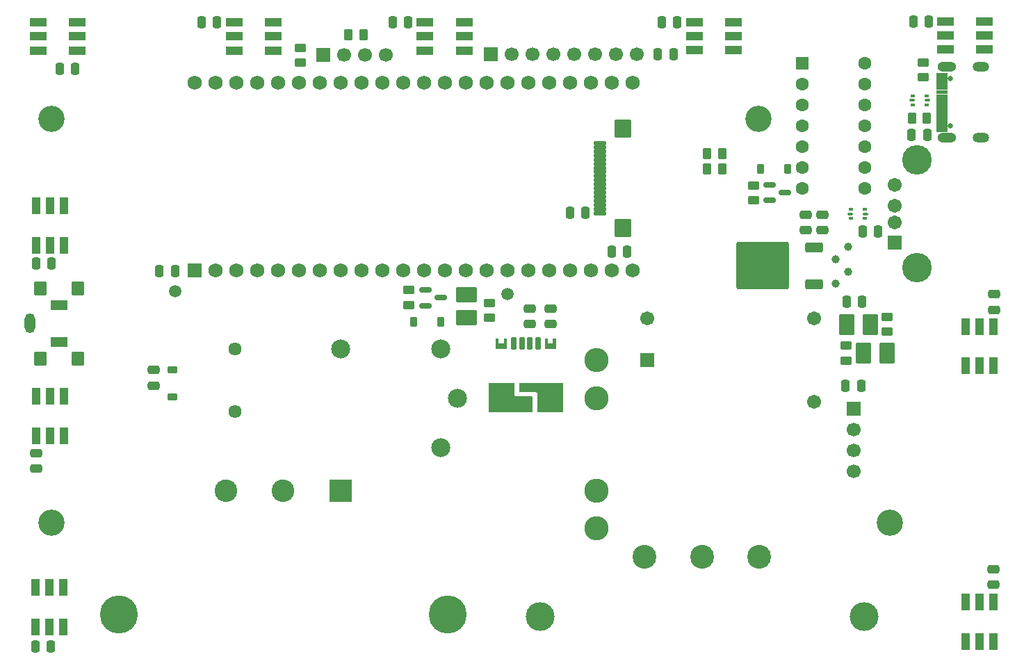
<source format=gbr>
%TF.GenerationSoftware,KiCad,Pcbnew,9.0.1*%
%TF.CreationDate,2025-10-25T18:58:24-04:00*%
%TF.ProjectId,Portal Box 5.1,506f7274-616c-4204-926f-7820352e312e,rev?*%
%TF.SameCoordinates,PX54c81a0PY7eef1e0*%
%TF.FileFunction,Soldermask,Top*%
%TF.FilePolarity,Negative*%
%FSLAX46Y46*%
G04 Gerber Fmt 4.6, Leading zero omitted, Abs format (unit mm)*
G04 Created by KiCad (PCBNEW 9.0.1) date 2025-10-25 18:58:24*
%MOMM*%
%LPD*%
G01*
G04 APERTURE LIST*
G04 Aperture macros list*
%AMRoundRect*
0 Rectangle with rounded corners*
0 $1 Rounding radius*
0 $2 $3 $4 $5 $6 $7 $8 $9 X,Y pos of 4 corners*
0 Add a 4 corners polygon primitive as box body*
4,1,4,$2,$3,$4,$5,$6,$7,$8,$9,$2,$3,0*
0 Add four circle primitives for the rounded corners*
1,1,$1+$1,$2,$3*
1,1,$1+$1,$4,$5*
1,1,$1+$1,$6,$7*
1,1,$1+$1,$8,$9*
0 Add four rect primitives between the rounded corners*
20,1,$1+$1,$2,$3,$4,$5,0*
20,1,$1+$1,$4,$5,$6,$7,0*
20,1,$1+$1,$6,$7,$8,$9,0*
20,1,$1+$1,$8,$9,$2,$3,0*%
G04 Aperture macros list end*
%ADD10C,0.010000*%
%ADD11C,0.000000*%
%ADD12C,0.650000*%
%ADD13O,2.304000X1.204000*%
%ADD14O,2.004000X1.204000*%
%ADD15RoundRect,0.150000X-0.587500X-0.150000X0.587500X-0.150000X0.587500X0.150000X-0.587500X0.150000X0*%
%ADD16RoundRect,0.250000X0.450000X-0.262500X0.450000X0.262500X-0.450000X0.262500X-0.450000X-0.262500X0*%
%ADD17RoundRect,0.102000X1.200000X-0.800000X1.200000X0.800000X-1.200000X0.800000X-1.200000X-0.800000X0*%
%ADD18C,1.500000*%
%ADD19C,2.904000*%
%ADD20C,3.500000*%
%ADD21C,4.620000*%
%ADD22C,2.754000*%
%ADD23RoundRect,0.102000X-1.275000X1.275000X-1.275000X-1.275000X1.275000X-1.275000X1.275000X1.275000X0*%
%ADD24C,3.200000*%
%ADD25RoundRect,0.102000X0.650000X-0.750000X0.650000X0.750000X-0.650000X0.750000X-0.650000X-0.750000X0*%
%ADD26O,1.304000X2.404000*%
%ADD27RoundRect,0.102000X0.950000X-0.500000X0.950000X0.500000X-0.950000X0.500000X-0.950000X-0.500000X0*%
%ADD28RoundRect,0.250000X0.850000X0.350000X-0.850000X0.350000X-0.850000X-0.350000X0.850000X-0.350000X0*%
%ADD29RoundRect,0.249997X2.950003X2.650003X-2.950003X2.650003X-2.950003X-2.650003X2.950003X-2.650003X0*%
%ADD30C,1.734000*%
%ADD31RoundRect,0.102000X0.765000X-0.765000X0.765000X0.765000X-0.765000X0.765000X-0.765000X-0.765000X0*%
%ADD32RoundRect,0.250000X0.475000X-0.250000X0.475000X0.250000X-0.475000X0.250000X-0.475000X-0.250000X0*%
%ADD33C,1.000000*%
%ADD34RoundRect,0.102000X0.800000X1.200000X-0.800000X1.200000X-0.800000X-1.200000X0.800000X-1.200000X0*%
%ADD35C,1.612000*%
%ADD36RoundRect,0.102000X-0.200000X0.650000X-0.200000X-0.650000X0.200000X-0.650000X0.200000X0.650000X0*%
%ADD37R,1.700000X1.700000*%
%ADD38C,1.700000*%
%ADD39RoundRect,0.250000X-0.250000X-0.475000X0.250000X-0.475000X0.250000X0.475000X-0.250000X0.475000X0*%
%ADD40RoundRect,0.250000X0.250000X0.475000X-0.250000X0.475000X-0.250000X-0.475000X0.250000X-0.475000X0*%
%ADD41R,2.000000X1.100000*%
%ADD42RoundRect,0.225000X-0.375000X0.225000X-0.375000X-0.225000X0.375000X-0.225000X0.375000X0.225000X0*%
%ADD43C,2.949000*%
%ADD44RoundRect,0.225000X-0.225000X-0.375000X0.225000X-0.375000X0.225000X0.375000X-0.225000X0.375000X0*%
%ADD45R,1.100000X2.000000*%
%ADD46RoundRect,0.250000X-0.450000X0.262500X-0.450000X-0.262500X0.450000X-0.262500X0.450000X0.262500X0*%
%ADD47RoundRect,0.093750X0.156250X0.093750X-0.156250X0.093750X-0.156250X-0.093750X0.156250X-0.093750X0*%
%ADD48RoundRect,0.075000X0.250000X0.075000X-0.250000X0.075000X-0.250000X-0.075000X0.250000X-0.075000X0*%
%ADD49RoundRect,0.250000X-0.262500X-0.450000X0.262500X-0.450000X0.262500X0.450000X-0.262500X0.450000X0*%
%ADD50RoundRect,0.250000X-0.475000X0.250000X-0.475000X-0.250000X0.475000X-0.250000X0.475000X0.250000X0*%
%ADD51RoundRect,0.250000X0.262500X0.450000X-0.262500X0.450000X-0.262500X-0.450000X0.262500X-0.450000X0*%
%ADD52RoundRect,0.093750X-0.156250X-0.093750X0.156250X-0.093750X0.156250X0.093750X-0.156250X0.093750X0*%
%ADD53RoundRect,0.075000X-0.250000X-0.075000X0.250000X-0.075000X0.250000X0.075000X-0.250000X0.075000X0*%
%ADD54RoundRect,0.102000X-0.800000X-1.200000X0.800000X-1.200000X0.800000X1.200000X-0.800000X1.200000X0*%
%ADD55RoundRect,0.102000X0.754000X-0.754000X0.754000X0.754000X-0.754000X0.754000X-0.754000X-0.754000X0*%
%ADD56C,1.712000*%
%ADD57C,3.600000*%
%ADD58C,2.304000*%
%ADD59RoundRect,0.102000X0.650000X-0.150000X0.650000X0.150000X-0.650000X0.150000X-0.650000X-0.150000X0*%
%ADD60RoundRect,0.102000X0.900000X-1.000000X0.900000X1.000000X-0.900000X1.000000X-0.900000X-1.000000X0*%
%ADD61RoundRect,0.102000X-0.754000X-0.754000X0.754000X-0.754000X0.754000X0.754000X-0.754000X0.754000X0*%
%ADD62RoundRect,0.250000X-0.550000X-0.550000X0.550000X-0.550000X0.550000X0.550000X-0.550000X0.550000X0*%
%ADD63C,1.600000*%
G04 APERTURE END LIST*
D10*
%TO.C,J2*%
X112982500Y71522500D02*
X111732500Y71522500D01*
X111732500Y72222500D01*
X112982500Y72222500D01*
X112982500Y71522500D01*
G36*
X112982500Y71522500D02*
G01*
X111732500Y71522500D01*
X111732500Y72222500D01*
X112982500Y72222500D01*
X112982500Y71522500D01*
G37*
X112982500Y70722500D02*
X111732500Y70722500D01*
X111732500Y71422500D01*
X112982500Y71422500D01*
X112982500Y70722500D01*
G36*
X112982500Y70722500D02*
G01*
X111732500Y70722500D01*
X111732500Y71422500D01*
X112982500Y71422500D01*
X112982500Y70722500D01*
G37*
X112982500Y70222500D02*
X111732500Y70222500D01*
X111732500Y70622500D01*
X112982500Y70622500D01*
X112982500Y70222500D01*
G36*
X112982500Y70222500D02*
G01*
X111732500Y70222500D01*
X111732500Y70622500D01*
X112982500Y70622500D01*
X112982500Y70222500D01*
G37*
X112982500Y69722500D02*
X111732500Y69722500D01*
X111732500Y70122500D01*
X112982500Y70122500D01*
X112982500Y69722500D01*
G36*
X112982500Y69722500D02*
G01*
X111732500Y69722500D01*
X111732500Y70122500D01*
X112982500Y70122500D01*
X112982500Y69722500D01*
G37*
X112982500Y69222500D02*
X111732500Y69222500D01*
X111732500Y69622500D01*
X112982500Y69622500D01*
X112982500Y69222500D01*
G36*
X112982500Y69222500D02*
G01*
X111732500Y69222500D01*
X111732500Y69622500D01*
X112982500Y69622500D01*
X112982500Y69222500D01*
G37*
X112982500Y68722500D02*
X111732500Y68722500D01*
X111732500Y69122500D01*
X112982500Y69122500D01*
X112982500Y68722500D01*
G36*
X112982500Y68722500D02*
G01*
X111732500Y68722500D01*
X111732500Y69122500D01*
X112982500Y69122500D01*
X112982500Y68722500D01*
G37*
X112982500Y68222500D02*
X111732500Y68222500D01*
X111732500Y68622500D01*
X112982500Y68622500D01*
X112982500Y68222500D01*
G36*
X112982500Y68222500D02*
G01*
X111732500Y68222500D01*
X111732500Y68622500D01*
X112982500Y68622500D01*
X112982500Y68222500D01*
G37*
X112982500Y67722500D02*
X111732500Y67722500D01*
X111732500Y68122500D01*
X112982500Y68122500D01*
X112982500Y67722500D01*
G36*
X112982500Y67722500D02*
G01*
X111732500Y67722500D01*
X111732500Y68122500D01*
X112982500Y68122500D01*
X112982500Y67722500D01*
G37*
X112982500Y67222500D02*
X111732500Y67222500D01*
X111732500Y67622500D01*
X112982500Y67622500D01*
X112982500Y67222500D01*
G36*
X112982500Y67222500D02*
G01*
X111732500Y67222500D01*
X111732500Y67622500D01*
X112982500Y67622500D01*
X112982500Y67222500D01*
G37*
X112982500Y66722500D02*
X111732500Y66722500D01*
X111732500Y67122500D01*
X112982500Y67122500D01*
X112982500Y66722500D01*
G36*
X112982500Y66722500D02*
G01*
X111732500Y66722500D01*
X111732500Y67122500D01*
X112982500Y67122500D01*
X112982500Y66722500D01*
G37*
X112982500Y65922500D02*
X111732500Y65922500D01*
X111732500Y66622500D01*
X112982500Y66622500D01*
X112982500Y65922500D01*
G36*
X112982500Y65922500D02*
G01*
X111732500Y65922500D01*
X111732500Y66622500D01*
X112982500Y66622500D01*
X112982500Y65922500D01*
G37*
X112982500Y65122500D02*
X111732500Y65122500D01*
X111732500Y65822500D01*
X112982500Y65822500D01*
X112982500Y65122500D01*
G36*
X112982500Y65122500D02*
G01*
X111732500Y65122500D01*
X111732500Y65822500D01*
X112982500Y65822500D01*
X112982500Y65122500D01*
G37*
D11*
%TO.C,U3*%
G36*
X58400000Y39250750D02*
G01*
X59000000Y39250750D01*
X59000000Y39901750D01*
X59399000Y39901750D01*
X59399000Y38590750D01*
X58001000Y38590750D01*
X58001000Y39901750D01*
X58400000Y39901750D01*
X58400000Y39250750D01*
G37*
G36*
X64400000Y39250750D02*
G01*
X65000000Y39250750D01*
X65000000Y39901750D01*
X65399000Y39901750D01*
X65399000Y38590750D01*
X64001000Y38590750D01*
X64001000Y39901750D01*
X64400000Y39901750D01*
X64400000Y39250750D01*
G37*
G36*
X66250000Y30900750D02*
G01*
X63130000Y30900750D01*
X63130000Y33075750D01*
X63130000Y33088750D01*
X63129000Y33101750D01*
X63127000Y33114750D01*
X63125000Y33127750D01*
X63121000Y33140750D01*
X63118000Y33152750D01*
X63113000Y33165750D01*
X63108000Y33177750D01*
X63103000Y33188750D01*
X63097000Y33200750D01*
X63090000Y33211750D01*
X63082000Y33222750D01*
X63074000Y33232750D01*
X63066000Y33242750D01*
X63057000Y33252750D01*
X63047000Y33261750D01*
X63037000Y33269750D01*
X63027000Y33277750D01*
X63016000Y33285750D01*
X63005000Y33292750D01*
X62993000Y33298750D01*
X62982000Y33303750D01*
X62970000Y33308750D01*
X62957000Y33313750D01*
X62945000Y33316750D01*
X62932000Y33320750D01*
X62919000Y33322750D01*
X62906000Y33324750D01*
X62893000Y33325750D01*
X62880000Y33325750D01*
X61070000Y33325750D01*
X61060000Y33325750D01*
X61049000Y33326750D01*
X61039000Y33327750D01*
X61028000Y33329750D01*
X61018000Y33332750D01*
X61008000Y33335750D01*
X60998000Y33338750D01*
X60989000Y33342750D01*
X60979000Y33347750D01*
X60970000Y33352750D01*
X60961000Y33357750D01*
X60952000Y33363750D01*
X60944000Y33370750D01*
X60936000Y33376750D01*
X60929000Y33384750D01*
X60921000Y33391750D01*
X60915000Y33399750D01*
X60908000Y33407750D01*
X60902000Y33416750D01*
X60897000Y33425750D01*
X60892000Y33434750D01*
X60887000Y33444750D01*
X60883000Y33453750D01*
X60880000Y33463750D01*
X60877000Y33473750D01*
X60874000Y33483750D01*
X60872000Y33494750D01*
X60871000Y33504750D01*
X60870000Y33515750D01*
X60870000Y33525750D01*
X60870000Y34450750D01*
X66250000Y34450750D01*
X66250000Y30900750D01*
G37*
G36*
X60270000Y34450450D02*
G01*
X60270000Y33075750D01*
X60270000Y33062750D01*
X60271000Y33049750D01*
X60273000Y33036750D01*
X60275000Y33023750D01*
X60279000Y33010750D01*
X60282000Y32997750D01*
X60287000Y32985750D01*
X60292000Y32973750D01*
X60297000Y32961750D01*
X60303000Y32950750D01*
X60310000Y32939750D01*
X60318000Y32928750D01*
X60326000Y32917750D01*
X60334000Y32907750D01*
X60343000Y32898750D01*
X60353000Y32889750D01*
X60363000Y32880750D01*
X60373000Y32872750D01*
X60384000Y32865750D01*
X60395000Y32858750D01*
X60407000Y32852750D01*
X60418000Y32846750D01*
X60430000Y32841750D01*
X60443000Y32837750D01*
X60455000Y32833750D01*
X60468000Y32830750D01*
X60481000Y32828750D01*
X60494000Y32826750D01*
X60507000Y32825750D01*
X60520000Y32825750D01*
X62330000Y32825750D01*
X62340000Y32824750D01*
X62351000Y32824750D01*
X62361000Y32822750D01*
X62372000Y32820750D01*
X62382000Y32818750D01*
X62392000Y32815750D01*
X62402000Y32811750D01*
X62411000Y32807750D01*
X62421000Y32803750D01*
X62430000Y32798750D01*
X62439000Y32792750D01*
X62448000Y32787750D01*
X62456000Y32780750D01*
X62464000Y32773750D01*
X62471000Y32766750D01*
X62479000Y32759750D01*
X62485000Y32751750D01*
X62492000Y32742750D01*
X62498000Y32734750D01*
X62503000Y32725750D01*
X62508000Y32715750D01*
X62513000Y32706750D01*
X62517000Y32696750D01*
X62520000Y32687750D01*
X62523000Y32676750D01*
X62526000Y32666750D01*
X62528000Y32656750D01*
X62529000Y32646750D01*
X62530000Y32635750D01*
X62530000Y32625750D01*
X62530000Y30900750D01*
X57150000Y30900750D01*
X57150000Y34450750D01*
X60270000Y34450750D01*
X60270000Y34450450D01*
G37*
%TD*%
D12*
%TO.C,J2*%
X113432500Y65782500D03*
X113432500Y71562500D03*
D13*
X112932500Y64352500D03*
D14*
X117112500Y64352500D03*
D13*
X112932500Y72992500D03*
D14*
X117112500Y72992500D03*
%TD*%
D15*
%TO.C,Q1*%
X51350000Y44825000D03*
X49475000Y43875000D03*
X49475000Y45775000D03*
%TD*%
D16*
%TO.C,R3*%
X47450000Y45762500D03*
X47450000Y43937500D03*
%TD*%
D17*
%TO.C,D14*%
X54475000Y45225000D03*
X54475000Y42375000D03*
%TD*%
D16*
%TO.C,R8*%
X57250000Y44200000D03*
X57250000Y42375000D03*
%TD*%
D18*
%TO.C,TP1*%
X59475000Y45250000D03*
%TD*%
D19*
%TO.C,A1*%
X76150000Y13300000D03*
X83150000Y13300000D03*
X90150000Y13300000D03*
D20*
X63400000Y6000000D03*
X102900000Y6000000D03*
%TD*%
D21*
%TO.C,A2*%
X12150000Y6250000D03*
X52150000Y6250000D03*
D22*
X32150000Y21350000D03*
X25150000Y21350000D03*
D23*
X39150000Y21350000D03*
%TD*%
D24*
%TO.C,H1*%
X105990000Y17460000D03*
%TD*%
%TO.C,H2*%
X3920000Y66610000D03*
%TD*%
%TO.C,H3*%
X90000000Y66610000D03*
%TD*%
%TO.C,H4*%
X3920000Y17460000D03*
%TD*%
D25*
%TO.C,SW1*%
X2575000Y46000000D03*
X7175000Y46000000D03*
X7175000Y37400000D03*
X2575000Y37400000D03*
D26*
X1275000Y41700000D03*
D27*
X4825000Y39450000D03*
X4825000Y43950000D03*
%TD*%
D28*
%TO.C,U4*%
X96800000Y51000000D03*
D29*
X90500000Y48720000D03*
D28*
X96800000Y46440000D03*
%TD*%
D30*
%TO.C,U5*%
X74690000Y71050000D03*
X72150000Y71050000D03*
X69610000Y71050000D03*
X67070000Y71050000D03*
X64530000Y71050000D03*
X61990000Y71050000D03*
X59450000Y71050000D03*
X56910000Y71050000D03*
X54370000Y71050000D03*
X51830000Y71050000D03*
X49290000Y71050000D03*
X46750000Y71050000D03*
X44210000Y71050000D03*
X41670000Y71050000D03*
X39130000Y71050000D03*
X36590000Y71050000D03*
X34050000Y71050000D03*
X31510000Y71050000D03*
X28970000Y71050000D03*
X26430000Y71050000D03*
X23890000Y71050000D03*
X21350000Y71050000D03*
X74690000Y48190000D03*
X72150000Y48190000D03*
X69610000Y48190000D03*
X67070000Y48190000D03*
X64530000Y48190000D03*
X61990000Y48190000D03*
X59450000Y48190000D03*
X56910000Y48190000D03*
X54370000Y48190000D03*
X51830000Y48190000D03*
X49290000Y48190000D03*
X46750000Y48190000D03*
X44210000Y48190000D03*
X41670000Y48190000D03*
X39130000Y48190000D03*
X36590000Y48190000D03*
X34050000Y48190000D03*
X31510000Y48190000D03*
X28970000Y48190000D03*
X26430000Y48190000D03*
X23890000Y48190000D03*
D31*
X21350000Y48190000D03*
%TD*%
D32*
%TO.C,C12*%
X64725000Y43550000D03*
X64725000Y41650000D03*
%TD*%
%TO.C,C13*%
X62200000Y43550000D03*
X62200000Y41650000D03*
%TD*%
D18*
%TO.C,TP2*%
X19000000Y45600000D03*
%TD*%
D33*
%TO.C,TP3*%
X99450000Y46525000D03*
X100950000Y48025000D03*
X99450000Y49525000D03*
X100950000Y51025000D03*
%TD*%
D34*
%TO.C,D13*%
X103625000Y41560000D03*
X100775000Y41560000D03*
%TD*%
D35*
%TO.C,BZ1*%
X26275000Y38600000D03*
X26275000Y31000000D03*
%TD*%
D36*
%TO.C,U3*%
X63200000Y39250000D03*
X62200000Y39250000D03*
X61200000Y39250000D03*
X60200000Y39250000D03*
%TD*%
D37*
%TO.C,J5*%
X57410000Y74475000D03*
D38*
X59950000Y74475000D03*
X62490000Y74475000D03*
X65030000Y74475000D03*
X67570000Y74475000D03*
X70110000Y74475000D03*
X72650000Y74475000D03*
X75190000Y74475000D03*
%TD*%
D39*
%TO.C,C15*%
X1970000Y2400000D03*
X3870000Y2400000D03*
%TD*%
D40*
%TO.C,C19*%
X68950000Y55180000D03*
X67050000Y55180000D03*
%TD*%
D41*
%TO.C,D2*%
X30950000Y74957500D03*
X30950000Y76657500D03*
X30950000Y78357500D03*
X26150000Y78357500D03*
X26150000Y76657500D03*
X26150000Y74957500D03*
%TD*%
D42*
%TO.C,D16*%
X18650000Y36075000D03*
X18650000Y32775000D03*
%TD*%
D43*
%TO.C,F1*%
X70300000Y16725000D03*
X70300000Y21350000D03*
X70300000Y32600000D03*
X70300000Y37225000D03*
%TD*%
D39*
%TO.C,C16*%
X17050000Y48100000D03*
X18950000Y48100000D03*
%TD*%
D44*
%TO.C,D6*%
X90250000Y60550000D03*
X93550000Y60550000D03*
%TD*%
D40*
%TO.C,C3*%
X104625000Y52875000D03*
X102725000Y52875000D03*
%TD*%
D45*
%TO.C,D10*%
X5467500Y32811666D03*
X3767500Y32811666D03*
X2067500Y32811666D03*
X2067500Y28011666D03*
X3767500Y28011666D03*
X5467500Y28011666D03*
%TD*%
D39*
%TO.C,C22*%
X77770000Y74460000D03*
X79670000Y74460000D03*
%TD*%
D46*
%TO.C,R2*%
X110100000Y73512500D03*
X110100000Y71687500D03*
%TD*%
D45*
%TO.C,D1*%
X115250000Y2975000D03*
X116950000Y2975000D03*
X118650000Y2975000D03*
X118650000Y7775000D03*
X116950000Y7775000D03*
X115250000Y7775000D03*
%TD*%
D47*
%TO.C,U2*%
X110500000Y68350000D03*
D48*
X110575000Y68887500D03*
D47*
X110500000Y69425000D03*
X108800000Y69425000D03*
D48*
X108725000Y68887500D03*
D47*
X108800000Y68350000D03*
%TD*%
D15*
%TO.C,Q2*%
X91375000Y58600000D03*
X91375000Y56700000D03*
X93250000Y57650000D03*
%TD*%
D37*
%TO.C,J6*%
X101600000Y31350000D03*
D38*
X101600000Y28810000D03*
X101600000Y26270000D03*
X101600000Y23730000D03*
%TD*%
D39*
%TO.C,C9*%
X100620000Y34150000D03*
X102520000Y34150000D03*
%TD*%
D32*
%TO.C,C1*%
X118675000Y9900000D03*
X118675000Y11800000D03*
%TD*%
D40*
%TO.C,C7*%
X110780000Y78470000D03*
X108880000Y78470000D03*
%TD*%
D49*
%TO.C,R1*%
X108712500Y66675000D03*
X110537500Y66675000D03*
%TD*%
D50*
%TO.C,C23*%
X16325000Y36025000D03*
X16325000Y34125000D03*
%TD*%
D40*
%TO.C,C18*%
X74060000Y50460000D03*
X72160000Y50460000D03*
%TD*%
D32*
%TO.C,C20*%
X95750000Y53050000D03*
X95750000Y54950000D03*
%TD*%
D39*
%TO.C,C8*%
X2050000Y48975000D03*
X3950000Y48975000D03*
%TD*%
D32*
%TO.C,C5*%
X118725000Y43375000D03*
X118725000Y45275000D03*
%TD*%
D41*
%TO.C,D5*%
X7067500Y74957500D03*
X7067500Y76657500D03*
X7067500Y78357500D03*
X2267500Y78357500D03*
X2267500Y76657500D03*
X2267500Y74957500D03*
%TD*%
D51*
%TO.C,R11*%
X85612500Y62400000D03*
X83787500Y62400000D03*
%TD*%
D40*
%TO.C,C10*%
X80125000Y78400000D03*
X78225000Y78400000D03*
%TD*%
D52*
%TO.C,U1*%
X101300000Y55587500D03*
D53*
X101225000Y55050000D03*
D52*
X101300000Y54512500D03*
X103000000Y54512500D03*
D53*
X103075000Y55050000D03*
D52*
X103000000Y55587500D03*
%TD*%
D16*
%TO.C,R4*%
X89400000Y56687500D03*
X89400000Y58512500D03*
%TD*%
%TO.C,R5*%
X34210000Y73457500D03*
X34210000Y75282500D03*
%TD*%
D37*
%TO.C,SW2*%
X36980000Y74450000D03*
D38*
X39520000Y74450000D03*
X42060000Y74450000D03*
X44600000Y74450000D03*
%TD*%
D41*
%TO.C,D7*%
X117580000Y75077500D03*
X117580000Y76777500D03*
X117580000Y78477500D03*
X112780000Y78477500D03*
X112780000Y76777500D03*
X112780000Y75077500D03*
%TD*%
D51*
%TO.C,R10*%
X85612500Y60500000D03*
X83787500Y60500000D03*
%TD*%
D54*
%TO.C,D15*%
X102800000Y38075000D03*
X105650000Y38075000D03*
%TD*%
D45*
%TO.C,D12*%
X5342500Y9573333D03*
X3642500Y9573333D03*
X1942500Y9573333D03*
X1942500Y4773333D03*
X3642500Y4773333D03*
X5342500Y4773333D03*
%TD*%
D39*
%TO.C,C17*%
X100775000Y44375000D03*
X102675000Y44375000D03*
%TD*%
D55*
%TO.C,J1*%
X106640000Y51550000D03*
D56*
X106640000Y54050000D03*
X106640000Y56050000D03*
X106640000Y58550000D03*
D57*
X109350000Y48480000D03*
X109350000Y61620000D03*
%TD*%
D32*
%TO.C,C21*%
X97790000Y53045000D03*
X97790000Y54945000D03*
%TD*%
D41*
%TO.C,D11*%
X54200000Y74957500D03*
X54200000Y76657500D03*
X54200000Y78357500D03*
X49400000Y78357500D03*
X49400000Y76657500D03*
X49400000Y74957500D03*
%TD*%
D58*
%TO.C,K1*%
X51350000Y26600000D03*
X51350000Y38600000D03*
X53350000Y32600000D03*
X39150000Y38600000D03*
%TD*%
D59*
%TO.C,J4*%
X70750000Y55150000D03*
X70750000Y55650000D03*
X70750000Y56150000D03*
X70750000Y56650000D03*
X70750000Y57150000D03*
X70750000Y57650000D03*
X70750000Y58150000D03*
X70750000Y58650000D03*
X70750000Y59150000D03*
X70750000Y59650000D03*
X70750000Y60150000D03*
X70750000Y60650000D03*
X70750000Y61150000D03*
X70750000Y61650000D03*
X70750000Y62150000D03*
X70750000Y62650000D03*
X70750000Y63150000D03*
X70750000Y63650000D03*
D60*
X73500000Y53350000D03*
X73500000Y65450000D03*
%TD*%
D40*
%TO.C,C2*%
X24100000Y78350000D03*
X22200000Y78350000D03*
%TD*%
D61*
%TO.C,PS1*%
X76477500Y37230000D03*
D56*
X76477500Y42310000D03*
X96797500Y32150000D03*
X96797500Y42310000D03*
%TD*%
D40*
%TO.C,C4*%
X110575000Y64675000D03*
X108675000Y64675000D03*
%TD*%
D16*
%TO.C,R7*%
X105675000Y40697500D03*
X105675000Y42522500D03*
%TD*%
%TO.C,R9*%
X100725000Y37187500D03*
X100725000Y39012500D03*
%TD*%
D62*
%TO.C,J3*%
X95350000Y73400000D03*
D63*
X95350000Y70860000D03*
X95350000Y68320000D03*
X95350000Y65780000D03*
X95350000Y63240000D03*
X95350000Y60700000D03*
X95350000Y58160000D03*
X102970000Y58160000D03*
X102970000Y60700000D03*
X102970000Y63240000D03*
X102970000Y65780000D03*
X102970000Y68320000D03*
X102970000Y70860000D03*
X102970000Y73400000D03*
%TD*%
D40*
%TO.C,C14*%
X47350000Y78350000D03*
X45450000Y78350000D03*
%TD*%
D39*
%TO.C,C6*%
X4925000Y72725000D03*
X6825000Y72725000D03*
%TD*%
D45*
%TO.C,D4*%
X115250000Y36525000D03*
X116950000Y36525000D03*
X118650000Y36525000D03*
X118650000Y41325000D03*
X116950000Y41325000D03*
X115250000Y41325000D03*
%TD*%
D50*
%TO.C,C11*%
X2080000Y25910000D03*
X2080000Y24010000D03*
%TD*%
D41*
%TO.C,D9*%
X87000000Y75007500D03*
X87000000Y76707500D03*
X87000000Y78407500D03*
X82200000Y78407500D03*
X82200000Y76707500D03*
X82200000Y75007500D03*
%TD*%
D49*
%TO.C,R6*%
X40087500Y76900000D03*
X41912500Y76900000D03*
%TD*%
D45*
%TO.C,D8*%
X5467500Y56050000D03*
X3767500Y56050000D03*
X2067500Y56050000D03*
X2067500Y51250000D03*
X3767500Y51250000D03*
X5467500Y51250000D03*
%TD*%
D44*
%TO.C,D3*%
X51350000Y41900000D03*
X48050000Y41900000D03*
%TD*%
M02*

</source>
